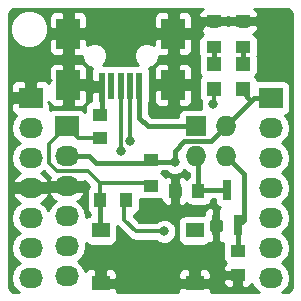
<source format=gtl>
G04 #@! TF.FileFunction,Copper,L1,Top,Signal*
%FSLAX46Y46*%
G04 Gerber Fmt 4.6, Leading zero omitted, Abs format (unit mm)*
G04 Created by KiCad (PCBNEW (2015-10-02 BZR 6238, Git 845638f)-product) date 05/10/2015 16:09:44*
%MOMM*%
G01*
G04 APERTURE LIST*
%ADD10C,0.100000*%
%ADD11R,1.300000X1.000000*%
%ADD12R,0.500380X2.301240*%
%ADD13R,1.998980X2.499360*%
%ADD14R,1.250000X1.000000*%
%ADD15R,1.000000X1.250000*%
%ADD16R,1.727200X1.727200*%
%ADD17O,1.727200X1.727200*%
%ADD18R,2.032000X1.727200*%
%ADD19O,2.032000X1.727200*%
%ADD20R,1.198880X1.198880*%
%ADD21R,1.550000X1.300000*%
%ADD22R,0.800100X1.800860*%
%ADD23R,1.000000X1.300000*%
%ADD24C,0.812800*%
%ADD25C,0.304800*%
%ADD26C,0.381000*%
%ADD27C,0.250000*%
%ADD28C,0.254000*%
G04 APERTURE END LIST*
D10*
D11*
X96774000Y-75077500D03*
X96774000Y-72877500D03*
X99250500Y-75077500D03*
X99250500Y-72877500D03*
D12*
X90500200Y-78379320D03*
X89700100Y-78379320D03*
X88900000Y-78379320D03*
X88099900Y-78379320D03*
X87299800Y-78379320D03*
D13*
X93350080Y-78280260D03*
X93350080Y-73930000D03*
X84449920Y-78280260D03*
X84449920Y-73930000D03*
D14*
X87122000Y-82788000D03*
X87122000Y-80788000D03*
D15*
X95488000Y-87249000D03*
X93488000Y-87249000D03*
D14*
X98806000Y-92345000D03*
X98806000Y-94345000D03*
D16*
X95250000Y-81788000D03*
D17*
X97790000Y-81788000D03*
X95250000Y-84328000D03*
X97790000Y-84328000D03*
D18*
X101600000Y-79375000D03*
D19*
X101600000Y-81915000D03*
X101600000Y-84455000D03*
X101600000Y-86995000D03*
X101600000Y-89535000D03*
X101600000Y-92075000D03*
X101600000Y-94615000D03*
D18*
X81280000Y-79375000D03*
D19*
X81280000Y-81915000D03*
X81280000Y-84455000D03*
X81280000Y-86995000D03*
X81280000Y-89535000D03*
X81280000Y-92075000D03*
X81280000Y-94615000D03*
D18*
X84328000Y-81788000D03*
D19*
X84328000Y-84328000D03*
X84328000Y-86868000D03*
X84328000Y-89408000D03*
X84328000Y-91948000D03*
X84328000Y-94488000D03*
D20*
X99250500Y-76484480D03*
X99250500Y-78582520D03*
X96774000Y-76484480D03*
X96774000Y-78582520D03*
D21*
X95161000Y-90587000D03*
X95161000Y-95087000D03*
X87211000Y-95087000D03*
X87211000Y-90587000D03*
D22*
X96967000Y-90147140D03*
X98867000Y-90147140D03*
X97917000Y-87144860D03*
D23*
X87165000Y-88011000D03*
X89365000Y-88011000D03*
D11*
X91440000Y-86825000D03*
X91440000Y-84625000D03*
D24*
X92329000Y-89027000D03*
X91186000Y-92837000D03*
X89725500Y-83058000D03*
X88900000Y-83883500D03*
X93472000Y-84836000D03*
X92583000Y-90678000D03*
X96710500Y-79883000D03*
D25*
X84328000Y-81788000D02*
X85328000Y-82788000D01*
X85328000Y-82788000D02*
X87122000Y-82788000D01*
X87122000Y-86614000D02*
X86106000Y-85598000D01*
X82804000Y-83312000D02*
X84328000Y-81788000D01*
X82804000Y-84899500D02*
X82804000Y-83312000D01*
X83502500Y-85598000D02*
X82804000Y-84899500D01*
X86106000Y-85598000D02*
X83502500Y-85598000D01*
X87122000Y-86614000D02*
X91379000Y-86614000D01*
X91379000Y-86614000D02*
X91440000Y-86675000D01*
X87211000Y-90587000D02*
X87211000Y-88115000D01*
X87211000Y-88115000D02*
X87315000Y-88011000D01*
X87211000Y-90587000D02*
X87122000Y-90498000D01*
X87122000Y-90498000D02*
X87122000Y-86614000D01*
X93488000Y-88630000D02*
X93091000Y-89027000D01*
X93091000Y-89027000D02*
X92329000Y-89027000D01*
X93488000Y-87249000D02*
X93488000Y-88630000D01*
D26*
X96774000Y-72877500D02*
X96223000Y-72877500D01*
X96223000Y-72877500D02*
X95170500Y-73930000D01*
X95170500Y-73930000D02*
X93350080Y-73930000D01*
D27*
X84449920Y-78280260D02*
X87200740Y-78280260D01*
X87200740Y-78280260D02*
X87299800Y-78379320D01*
D26*
X87299800Y-78379320D02*
X87299800Y-80610200D01*
D27*
X87299800Y-80610200D02*
X87122000Y-80788000D01*
D26*
X98867000Y-90147140D02*
X99314000Y-89700140D01*
X99314000Y-85852000D02*
X97790000Y-84328000D01*
X99314000Y-89700140D02*
X99314000Y-85852000D01*
X98867000Y-90147140D02*
X98867000Y-92538000D01*
X98867000Y-92538000D02*
X98806000Y-92599000D01*
X95250000Y-84328000D02*
X95488000Y-84566000D01*
X95488000Y-84566000D02*
X95488000Y-87249000D01*
X97917000Y-87144860D02*
X95592140Y-87144860D01*
X95592140Y-87144860D02*
X95488000Y-87249000D01*
D27*
X95234000Y-87646000D02*
X95250000Y-87630000D01*
X97790000Y-87017860D02*
X97663000Y-87144860D01*
D26*
X90500200Y-78379320D02*
X90500200Y-81102200D01*
X91186000Y-81788000D02*
X95250000Y-81788000D01*
X90500200Y-81102200D02*
X91186000Y-81788000D01*
D25*
X89700100Y-78379320D02*
X89700100Y-83032600D01*
X89700100Y-83032600D02*
X89725500Y-83058000D01*
X88900000Y-83439000D02*
X88900000Y-83883500D01*
X88900000Y-83439000D02*
X88900000Y-78379320D01*
D26*
X99250500Y-78582520D02*
X99250500Y-78867000D01*
X99250500Y-78867000D02*
X99980750Y-79597250D01*
X101600000Y-79375000D02*
X100203000Y-79375000D01*
X100203000Y-79375000D02*
X99980750Y-79597250D01*
X99980750Y-79597250D02*
X97790000Y-81788000D01*
X84328000Y-84328000D02*
X86233000Y-84328000D01*
X86233000Y-84328000D02*
X86804500Y-84899500D01*
X86804500Y-84899500D02*
X91165500Y-84899500D01*
D25*
X91440000Y-84625000D02*
X91165500Y-84899500D01*
X91102000Y-84963000D02*
X91440000Y-84625000D01*
X91440000Y-84625000D02*
X91356000Y-84709000D01*
D26*
X92903000Y-84775000D02*
X93411000Y-84775000D01*
X91440000Y-84775000D02*
X92903000Y-84775000D01*
D25*
X93411000Y-84775000D02*
X93472000Y-84836000D01*
D26*
X93472000Y-84582000D02*
X93472000Y-83883500D01*
D25*
X93472000Y-84836000D02*
X93472000Y-84582000D01*
D26*
X96520000Y-83058000D02*
X97790000Y-81788000D01*
X94297500Y-83058000D02*
X96520000Y-83058000D01*
X93472000Y-83883500D02*
X94297500Y-83058000D01*
D25*
X89215000Y-88011000D02*
X89215000Y-89723000D01*
X90170000Y-90678000D02*
X92583000Y-90678000D01*
X89215000Y-89723000D02*
X90170000Y-90678000D01*
X89215000Y-88011000D02*
X89215000Y-88453000D01*
D26*
X99250500Y-76484480D02*
X99250500Y-75077500D01*
X96774000Y-76484480D02*
X96774000Y-75077500D01*
D25*
X96710500Y-79883000D02*
X96774000Y-79819500D01*
X96774000Y-79819500D02*
X96774000Y-78582520D01*
D28*
G36*
X95764301Y-71839173D02*
X95585673Y-72017802D01*
X95489000Y-72251191D01*
X95489000Y-72468750D01*
X95647750Y-72627500D01*
X96449000Y-72627500D01*
X96449000Y-72476500D01*
X97099000Y-72476500D01*
X97099000Y-72627500D01*
X97900250Y-72627500D01*
X98012250Y-72515500D01*
X98124250Y-72627500D01*
X98925500Y-72627500D01*
X98925500Y-72476500D01*
X99575500Y-72476500D01*
X99575500Y-72627500D01*
X100376750Y-72627500D01*
X100535500Y-72468750D01*
X100535500Y-72251191D01*
X100438827Y-72017802D01*
X100260199Y-71839173D01*
X100177698Y-71805000D01*
X102802533Y-71805000D01*
X103088735Y-71861929D01*
X103274168Y-71985832D01*
X103398071Y-72171265D01*
X103455000Y-72457466D01*
X103455000Y-95182534D01*
X103398071Y-95468735D01*
X103274168Y-95654168D01*
X103088735Y-95778071D01*
X102802533Y-95835000D01*
X102604464Y-95835000D01*
X102844415Y-95674670D01*
X103169271Y-95188489D01*
X103283345Y-94615000D01*
X103169271Y-94041511D01*
X102844415Y-93555330D01*
X102529634Y-93345000D01*
X102844415Y-93134670D01*
X103169271Y-92648489D01*
X103283345Y-92075000D01*
X103169271Y-91501511D01*
X102844415Y-91015330D01*
X102529634Y-90805000D01*
X102844415Y-90594670D01*
X103169271Y-90108489D01*
X103283345Y-89535000D01*
X103169271Y-88961511D01*
X102844415Y-88475330D01*
X102529634Y-88265000D01*
X102844415Y-88054670D01*
X103169271Y-87568489D01*
X103283345Y-86995000D01*
X103169271Y-86421511D01*
X102844415Y-85935330D01*
X102529634Y-85725000D01*
X102844415Y-85514670D01*
X103169271Y-85028489D01*
X103283345Y-84455000D01*
X103169271Y-83881511D01*
X102844415Y-83395330D01*
X102529634Y-83185000D01*
X102844415Y-82974670D01*
X103169271Y-82488489D01*
X103283345Y-81915000D01*
X103169271Y-81341511D01*
X102844415Y-80855330D01*
X102830087Y-80845757D01*
X102851317Y-80841762D01*
X103067441Y-80702690D01*
X103212431Y-80490490D01*
X103263440Y-80238600D01*
X103263440Y-78511400D01*
X103219162Y-78276083D01*
X103080090Y-78059959D01*
X102867890Y-77914969D01*
X102616000Y-77863960D01*
X100584000Y-77863960D01*
X100478694Y-77883775D01*
X100453102Y-77747763D01*
X100314030Y-77531639D01*
X100313033Y-77530957D01*
X100446371Y-77335810D01*
X100497380Y-77083920D01*
X100497380Y-75885040D01*
X100489073Y-75840891D01*
X100496931Y-75829390D01*
X100547940Y-75577500D01*
X100547940Y-74577500D01*
X100503662Y-74342183D01*
X100364590Y-74126059D01*
X100152390Y-73981069D01*
X100119010Y-73974309D01*
X100260199Y-73915827D01*
X100438827Y-73737198D01*
X100535500Y-73503809D01*
X100535500Y-73286250D01*
X100376750Y-73127500D01*
X99575500Y-73127500D01*
X99575500Y-73278500D01*
X98925500Y-73278500D01*
X98925500Y-73127500D01*
X98124250Y-73127500D01*
X98012250Y-73239500D01*
X97900250Y-73127500D01*
X97099000Y-73127500D01*
X97099000Y-73278500D01*
X96449000Y-73278500D01*
X96449000Y-73127500D01*
X95647750Y-73127500D01*
X95489000Y-73286250D01*
X95489000Y-73503809D01*
X95585673Y-73737198D01*
X95764301Y-73915827D01*
X95900287Y-73972154D01*
X95888683Y-73974338D01*
X95672559Y-74113410D01*
X95527569Y-74325610D01*
X95476560Y-74577500D01*
X95476560Y-75577500D01*
X95520838Y-75812817D01*
X95536741Y-75837531D01*
X95527120Y-75885040D01*
X95527120Y-77083920D01*
X95571398Y-77319237D01*
X95710470Y-77535361D01*
X95711467Y-77536043D01*
X95578129Y-77731190D01*
X95527120Y-77983080D01*
X95527120Y-79181960D01*
X95571398Y-79417277D01*
X95695920Y-79610790D01*
X95669281Y-79674944D01*
X95668920Y-80089238D01*
X95746485Y-80276960D01*
X94386400Y-80276960D01*
X94151083Y-80321238D01*
X93934959Y-80460310D01*
X93789969Y-80672510D01*
X93738960Y-80924400D01*
X93738960Y-80962500D01*
X91527933Y-80962500D01*
X91325700Y-80760266D01*
X91325700Y-79812742D01*
X91346821Y-79781830D01*
X91397830Y-79529940D01*
X91397830Y-78820010D01*
X91715590Y-78820010D01*
X91715590Y-79656249D01*
X91812263Y-79889638D01*
X91990891Y-80068267D01*
X92224280Y-80164940D01*
X92810330Y-80164940D01*
X92969080Y-80006190D01*
X92969080Y-78661260D01*
X93731080Y-78661260D01*
X93731080Y-80006190D01*
X93889830Y-80164940D01*
X94475880Y-80164940D01*
X94709269Y-80068267D01*
X94887897Y-79889638D01*
X94984570Y-79656249D01*
X94984570Y-78820010D01*
X94825820Y-78661260D01*
X93731080Y-78661260D01*
X92969080Y-78661260D01*
X91874340Y-78661260D01*
X91715590Y-78820010D01*
X91397830Y-78820010D01*
X91397830Y-77228700D01*
X91353552Y-76993383D01*
X91296210Y-76904271D01*
X91715590Y-76904271D01*
X91715590Y-77740510D01*
X91874340Y-77899260D01*
X92969080Y-77899260D01*
X92969080Y-76554330D01*
X93731080Y-76554330D01*
X93731080Y-77899260D01*
X94825820Y-77899260D01*
X94984570Y-77740510D01*
X94984570Y-76904271D01*
X94887897Y-76670882D01*
X94709269Y-76492253D01*
X94475880Y-76395580D01*
X93889830Y-76395580D01*
X93731080Y-76554330D01*
X92969080Y-76554330D01*
X92810330Y-76395580D01*
X92224280Y-76395580D01*
X91990891Y-76492253D01*
X91812263Y-76670882D01*
X91715590Y-76904271D01*
X91296210Y-76904271D01*
X91271345Y-76865630D01*
X91314430Y-76865668D01*
X91713203Y-76700898D01*
X92018566Y-76396067D01*
X92184031Y-75997583D01*
X92184205Y-75798081D01*
X92224280Y-75814680D01*
X92810330Y-75814680D01*
X92969080Y-75655930D01*
X92969080Y-74311000D01*
X93731080Y-74311000D01*
X93731080Y-75655930D01*
X93889830Y-75814680D01*
X94475880Y-75814680D01*
X94709269Y-75718007D01*
X94887897Y-75539378D01*
X94984570Y-75305989D01*
X94984570Y-74469750D01*
X94825820Y-74311000D01*
X93731080Y-74311000D01*
X92969080Y-74311000D01*
X91874340Y-74311000D01*
X91715590Y-74469750D01*
X91715590Y-74862758D01*
X91714807Y-74861974D01*
X91316323Y-74696509D01*
X90884850Y-74696132D01*
X90486077Y-74860902D01*
X90180714Y-75165733D01*
X90015249Y-75564217D01*
X90014872Y-75995690D01*
X90179642Y-76394463D01*
X90366114Y-76581260D01*
X90250010Y-76581260D01*
X90094648Y-76610493D01*
X89950290Y-76581260D01*
X89449910Y-76581260D01*
X89294548Y-76610493D01*
X89150190Y-76581260D01*
X88649810Y-76581260D01*
X88494448Y-76610493D01*
X88350090Y-76581260D01*
X87849710Y-76581260D01*
X87709816Y-76607583D01*
X87680802Y-76595565D01*
X87680802Y-76593700D01*
X87421308Y-76593700D01*
X87619286Y-76396067D01*
X87784751Y-75997583D01*
X87785128Y-75566110D01*
X87620358Y-75167337D01*
X87315527Y-74861974D01*
X86917043Y-74696509D01*
X86485570Y-74696132D01*
X86086797Y-74860902D01*
X86084410Y-74863285D01*
X86084410Y-74469750D01*
X85925660Y-74311000D01*
X84830920Y-74311000D01*
X84830920Y-75655930D01*
X84989670Y-75814680D01*
X85575720Y-75814680D01*
X85615765Y-75798093D01*
X85615592Y-75995690D01*
X85780362Y-76394463D01*
X86085193Y-76699826D01*
X86483677Y-76865291D01*
X86514967Y-76865318D01*
X86511283Y-76869002D01*
X86414610Y-77102391D01*
X86414610Y-77839570D01*
X86573360Y-77998320D01*
X87174705Y-77998320D01*
X87174705Y-77978320D01*
X87202270Y-77978320D01*
X87202270Y-79529940D01*
X87225425Y-79653000D01*
X87174705Y-79653000D01*
X87174705Y-78760320D01*
X86573360Y-78760320D01*
X86414610Y-78919070D01*
X86414610Y-79653000D01*
X86370690Y-79653000D01*
X86137301Y-79749673D01*
X85958673Y-79928302D01*
X85862000Y-80161691D01*
X85862000Y-80379250D01*
X85889748Y-80406998D01*
X85862000Y-80406998D01*
X85862000Y-80556738D01*
X85808090Y-80472959D01*
X85595890Y-80327969D01*
X85344000Y-80276960D01*
X83312000Y-80276960D01*
X83076683Y-80321238D01*
X82902722Y-80433179D01*
X82931000Y-80364910D01*
X82931000Y-79914750D01*
X82772252Y-79756002D01*
X82856749Y-79756002D01*
X82912103Y-79889638D01*
X83090731Y-80068267D01*
X83324120Y-80164940D01*
X83910170Y-80164940D01*
X84068920Y-80006190D01*
X84068920Y-78661260D01*
X84830920Y-78661260D01*
X84830920Y-80006190D01*
X84989670Y-80164940D01*
X85575720Y-80164940D01*
X85809109Y-80068267D01*
X85987737Y-79889638D01*
X86084410Y-79656249D01*
X86084410Y-78820010D01*
X85925660Y-78661260D01*
X84830920Y-78661260D01*
X84068920Y-78661260D01*
X84048920Y-78661260D01*
X84048920Y-77899260D01*
X84068920Y-77899260D01*
X84068920Y-76554330D01*
X84830920Y-76554330D01*
X84830920Y-77899260D01*
X85925660Y-77899260D01*
X86084410Y-77740510D01*
X86084410Y-76904271D01*
X85987737Y-76670882D01*
X85809109Y-76492253D01*
X85575720Y-76395580D01*
X84989670Y-76395580D01*
X84830920Y-76554330D01*
X84068920Y-76554330D01*
X83910170Y-76395580D01*
X83324120Y-76395580D01*
X83090731Y-76492253D01*
X82912103Y-76670882D01*
X82815430Y-76904271D01*
X82815430Y-77740510D01*
X82974178Y-77899258D01*
X82815430Y-77899258D01*
X82815430Y-78132804D01*
X82655698Y-77973073D01*
X82422309Y-77876400D01*
X81819750Y-77876400D01*
X81661000Y-78035150D01*
X81661000Y-78994000D01*
X81681000Y-78994000D01*
X81681000Y-79756000D01*
X81661000Y-79756000D01*
X81661000Y-79776000D01*
X80899000Y-79776000D01*
X80899000Y-79756000D01*
X79787750Y-79756000D01*
X79629000Y-79914750D01*
X79629000Y-80364910D01*
X79725673Y-80598299D01*
X79904302Y-80776927D01*
X80057780Y-80840500D01*
X80035585Y-80855330D01*
X79710729Y-81341511D01*
X79596655Y-81915000D01*
X79710729Y-82488489D01*
X80035585Y-82974670D01*
X80350366Y-83185000D01*
X80035585Y-83395330D01*
X79710729Y-83881511D01*
X79596655Y-84455000D01*
X79710729Y-85028489D01*
X80035585Y-85514670D01*
X80377750Y-85743297D01*
X80164995Y-85861684D01*
X79804568Y-86316326D01*
X79755687Y-86391961D01*
X79843062Y-86614000D01*
X80899000Y-86614000D01*
X80899000Y-86594000D01*
X81661000Y-86594000D01*
X81661000Y-86614000D01*
X82716938Y-86614000D01*
X82804313Y-86391961D01*
X82755432Y-86316326D01*
X82395005Y-85861684D01*
X82182250Y-85743297D01*
X82393256Y-85602308D01*
X82909040Y-86118092D01*
X82852568Y-86189326D01*
X82803687Y-86264961D01*
X82891062Y-86487000D01*
X83947000Y-86487000D01*
X83947000Y-86467000D01*
X84709000Y-86467000D01*
X84709000Y-86487000D01*
X85764938Y-86487000D01*
X85797839Y-86403391D01*
X86260897Y-86866449D01*
X86213559Y-86896910D01*
X86068569Y-87109110D01*
X86017560Y-87361000D01*
X86017560Y-88661000D01*
X86061838Y-88896317D01*
X86200910Y-89112441D01*
X86334600Y-89203787D01*
X86334600Y-89308640D01*
X86200683Y-89333838D01*
X86000470Y-89462671D01*
X86011345Y-89408000D01*
X85897271Y-88834511D01*
X85572415Y-88348330D01*
X85230250Y-88119703D01*
X85443005Y-88001316D01*
X85803432Y-87546674D01*
X85852313Y-87471039D01*
X85764938Y-87249000D01*
X84709000Y-87249000D01*
X84709000Y-87269000D01*
X83947000Y-87269000D01*
X83947000Y-87249000D01*
X82891062Y-87249000D01*
X82803687Y-87471039D01*
X82852568Y-87546674D01*
X83212995Y-88001316D01*
X83425750Y-88119703D01*
X83083585Y-88348330D01*
X82761571Y-88830258D01*
X82524415Y-88475330D01*
X82182250Y-88246703D01*
X82395005Y-88128316D01*
X82755432Y-87673674D01*
X82804313Y-87598039D01*
X82716938Y-87376000D01*
X81661000Y-87376000D01*
X81661000Y-87396000D01*
X80899000Y-87396000D01*
X80899000Y-87376000D01*
X79843062Y-87376000D01*
X79755687Y-87598039D01*
X79804568Y-87673674D01*
X80164995Y-88128316D01*
X80377750Y-88246703D01*
X80035585Y-88475330D01*
X79710729Y-88961511D01*
X79596655Y-89535000D01*
X79710729Y-90108489D01*
X80035585Y-90594670D01*
X80350366Y-90805000D01*
X80035585Y-91015330D01*
X79710729Y-91501511D01*
X79596655Y-92075000D01*
X79710729Y-92648489D01*
X80035585Y-93134670D01*
X80350366Y-93345000D01*
X80035585Y-93555330D01*
X79710729Y-94041511D01*
X79596655Y-94615000D01*
X79710729Y-95188489D01*
X80035585Y-95674670D01*
X80275536Y-95835000D01*
X80077466Y-95835000D01*
X79791265Y-95778071D01*
X79605832Y-95654168D01*
X79481929Y-95468735D01*
X79425000Y-95182533D01*
X79425000Y-78385090D01*
X79629000Y-78385090D01*
X79629000Y-78835250D01*
X79787750Y-78994000D01*
X80899000Y-78994000D01*
X80899000Y-78035150D01*
X80740250Y-77876400D01*
X80137691Y-77876400D01*
X79904302Y-77973073D01*
X79725673Y-78151701D01*
X79629000Y-78385090D01*
X79425000Y-78385090D01*
X79425000Y-73856795D01*
X79517716Y-73856795D01*
X79766106Y-74457943D01*
X80225637Y-74918278D01*
X80826352Y-75167716D01*
X81476795Y-75168284D01*
X82077943Y-74919894D01*
X82528874Y-74469750D01*
X82815430Y-74469750D01*
X82815430Y-75305989D01*
X82912103Y-75539378D01*
X83090731Y-75718007D01*
X83324120Y-75814680D01*
X83910170Y-75814680D01*
X84068920Y-75655930D01*
X84068920Y-74311000D01*
X82974180Y-74311000D01*
X82815430Y-74469750D01*
X82528874Y-74469750D01*
X82538278Y-74460363D01*
X82787716Y-73859648D01*
X82788284Y-73209205D01*
X82539894Y-72608057D01*
X82485943Y-72554011D01*
X82815430Y-72554011D01*
X82815430Y-73390250D01*
X82974180Y-73549000D01*
X84068920Y-73549000D01*
X84068920Y-72204070D01*
X84830920Y-72204070D01*
X84830920Y-73549000D01*
X85925660Y-73549000D01*
X86084410Y-73390250D01*
X86084410Y-72554011D01*
X91715590Y-72554011D01*
X91715590Y-73390250D01*
X91874340Y-73549000D01*
X92969080Y-73549000D01*
X92969080Y-72204070D01*
X93731080Y-72204070D01*
X93731080Y-73549000D01*
X94825820Y-73549000D01*
X94984570Y-73390250D01*
X94984570Y-72554011D01*
X94887897Y-72320622D01*
X94709269Y-72141993D01*
X94475880Y-72045320D01*
X93889830Y-72045320D01*
X93731080Y-72204070D01*
X92969080Y-72204070D01*
X92810330Y-72045320D01*
X92224280Y-72045320D01*
X91990891Y-72141993D01*
X91812263Y-72320622D01*
X91715590Y-72554011D01*
X86084410Y-72554011D01*
X85987737Y-72320622D01*
X85809109Y-72141993D01*
X85575720Y-72045320D01*
X84989670Y-72045320D01*
X84830920Y-72204070D01*
X84068920Y-72204070D01*
X83910170Y-72045320D01*
X83324120Y-72045320D01*
X83090731Y-72141993D01*
X82912103Y-72320622D01*
X82815430Y-72554011D01*
X82485943Y-72554011D01*
X82080363Y-72147722D01*
X81479648Y-71898284D01*
X80829205Y-71897716D01*
X80228057Y-72146106D01*
X79767722Y-72605637D01*
X79518284Y-73206352D01*
X79517716Y-73856795D01*
X79425000Y-73856795D01*
X79425000Y-72457467D01*
X79481929Y-72171265D01*
X79605832Y-71985832D01*
X79791265Y-71861929D01*
X80077466Y-71805000D01*
X95846802Y-71805000D01*
X95764301Y-71839173D01*
X95764301Y-71839173D01*
G37*
X95764301Y-71839173D02*
X95585673Y-72017802D01*
X95489000Y-72251191D01*
X95489000Y-72468750D01*
X95647750Y-72627500D01*
X96449000Y-72627500D01*
X96449000Y-72476500D01*
X97099000Y-72476500D01*
X97099000Y-72627500D01*
X97900250Y-72627500D01*
X98012250Y-72515500D01*
X98124250Y-72627500D01*
X98925500Y-72627500D01*
X98925500Y-72476500D01*
X99575500Y-72476500D01*
X99575500Y-72627500D01*
X100376750Y-72627500D01*
X100535500Y-72468750D01*
X100535500Y-72251191D01*
X100438827Y-72017802D01*
X100260199Y-71839173D01*
X100177698Y-71805000D01*
X102802533Y-71805000D01*
X103088735Y-71861929D01*
X103274168Y-71985832D01*
X103398071Y-72171265D01*
X103455000Y-72457466D01*
X103455000Y-95182534D01*
X103398071Y-95468735D01*
X103274168Y-95654168D01*
X103088735Y-95778071D01*
X102802533Y-95835000D01*
X102604464Y-95835000D01*
X102844415Y-95674670D01*
X103169271Y-95188489D01*
X103283345Y-94615000D01*
X103169271Y-94041511D01*
X102844415Y-93555330D01*
X102529634Y-93345000D01*
X102844415Y-93134670D01*
X103169271Y-92648489D01*
X103283345Y-92075000D01*
X103169271Y-91501511D01*
X102844415Y-91015330D01*
X102529634Y-90805000D01*
X102844415Y-90594670D01*
X103169271Y-90108489D01*
X103283345Y-89535000D01*
X103169271Y-88961511D01*
X102844415Y-88475330D01*
X102529634Y-88265000D01*
X102844415Y-88054670D01*
X103169271Y-87568489D01*
X103283345Y-86995000D01*
X103169271Y-86421511D01*
X102844415Y-85935330D01*
X102529634Y-85725000D01*
X102844415Y-85514670D01*
X103169271Y-85028489D01*
X103283345Y-84455000D01*
X103169271Y-83881511D01*
X102844415Y-83395330D01*
X102529634Y-83185000D01*
X102844415Y-82974670D01*
X103169271Y-82488489D01*
X103283345Y-81915000D01*
X103169271Y-81341511D01*
X102844415Y-80855330D01*
X102830087Y-80845757D01*
X102851317Y-80841762D01*
X103067441Y-80702690D01*
X103212431Y-80490490D01*
X103263440Y-80238600D01*
X103263440Y-78511400D01*
X103219162Y-78276083D01*
X103080090Y-78059959D01*
X102867890Y-77914969D01*
X102616000Y-77863960D01*
X100584000Y-77863960D01*
X100478694Y-77883775D01*
X100453102Y-77747763D01*
X100314030Y-77531639D01*
X100313033Y-77530957D01*
X100446371Y-77335810D01*
X100497380Y-77083920D01*
X100497380Y-75885040D01*
X100489073Y-75840891D01*
X100496931Y-75829390D01*
X100547940Y-75577500D01*
X100547940Y-74577500D01*
X100503662Y-74342183D01*
X100364590Y-74126059D01*
X100152390Y-73981069D01*
X100119010Y-73974309D01*
X100260199Y-73915827D01*
X100438827Y-73737198D01*
X100535500Y-73503809D01*
X100535500Y-73286250D01*
X100376750Y-73127500D01*
X99575500Y-73127500D01*
X99575500Y-73278500D01*
X98925500Y-73278500D01*
X98925500Y-73127500D01*
X98124250Y-73127500D01*
X98012250Y-73239500D01*
X97900250Y-73127500D01*
X97099000Y-73127500D01*
X97099000Y-73278500D01*
X96449000Y-73278500D01*
X96449000Y-73127500D01*
X95647750Y-73127500D01*
X95489000Y-73286250D01*
X95489000Y-73503809D01*
X95585673Y-73737198D01*
X95764301Y-73915827D01*
X95900287Y-73972154D01*
X95888683Y-73974338D01*
X95672559Y-74113410D01*
X95527569Y-74325610D01*
X95476560Y-74577500D01*
X95476560Y-75577500D01*
X95520838Y-75812817D01*
X95536741Y-75837531D01*
X95527120Y-75885040D01*
X95527120Y-77083920D01*
X95571398Y-77319237D01*
X95710470Y-77535361D01*
X95711467Y-77536043D01*
X95578129Y-77731190D01*
X95527120Y-77983080D01*
X95527120Y-79181960D01*
X95571398Y-79417277D01*
X95695920Y-79610790D01*
X95669281Y-79674944D01*
X95668920Y-80089238D01*
X95746485Y-80276960D01*
X94386400Y-80276960D01*
X94151083Y-80321238D01*
X93934959Y-80460310D01*
X93789969Y-80672510D01*
X93738960Y-80924400D01*
X93738960Y-80962500D01*
X91527933Y-80962500D01*
X91325700Y-80760266D01*
X91325700Y-79812742D01*
X91346821Y-79781830D01*
X91397830Y-79529940D01*
X91397830Y-78820010D01*
X91715590Y-78820010D01*
X91715590Y-79656249D01*
X91812263Y-79889638D01*
X91990891Y-80068267D01*
X92224280Y-80164940D01*
X92810330Y-80164940D01*
X92969080Y-80006190D01*
X92969080Y-78661260D01*
X93731080Y-78661260D01*
X93731080Y-80006190D01*
X93889830Y-80164940D01*
X94475880Y-80164940D01*
X94709269Y-80068267D01*
X94887897Y-79889638D01*
X94984570Y-79656249D01*
X94984570Y-78820010D01*
X94825820Y-78661260D01*
X93731080Y-78661260D01*
X92969080Y-78661260D01*
X91874340Y-78661260D01*
X91715590Y-78820010D01*
X91397830Y-78820010D01*
X91397830Y-77228700D01*
X91353552Y-76993383D01*
X91296210Y-76904271D01*
X91715590Y-76904271D01*
X91715590Y-77740510D01*
X91874340Y-77899260D01*
X92969080Y-77899260D01*
X92969080Y-76554330D01*
X93731080Y-76554330D01*
X93731080Y-77899260D01*
X94825820Y-77899260D01*
X94984570Y-77740510D01*
X94984570Y-76904271D01*
X94887897Y-76670882D01*
X94709269Y-76492253D01*
X94475880Y-76395580D01*
X93889830Y-76395580D01*
X93731080Y-76554330D01*
X92969080Y-76554330D01*
X92810330Y-76395580D01*
X92224280Y-76395580D01*
X91990891Y-76492253D01*
X91812263Y-76670882D01*
X91715590Y-76904271D01*
X91296210Y-76904271D01*
X91271345Y-76865630D01*
X91314430Y-76865668D01*
X91713203Y-76700898D01*
X92018566Y-76396067D01*
X92184031Y-75997583D01*
X92184205Y-75798081D01*
X92224280Y-75814680D01*
X92810330Y-75814680D01*
X92969080Y-75655930D01*
X92969080Y-74311000D01*
X93731080Y-74311000D01*
X93731080Y-75655930D01*
X93889830Y-75814680D01*
X94475880Y-75814680D01*
X94709269Y-75718007D01*
X94887897Y-75539378D01*
X94984570Y-75305989D01*
X94984570Y-74469750D01*
X94825820Y-74311000D01*
X93731080Y-74311000D01*
X92969080Y-74311000D01*
X91874340Y-74311000D01*
X91715590Y-74469750D01*
X91715590Y-74862758D01*
X91714807Y-74861974D01*
X91316323Y-74696509D01*
X90884850Y-74696132D01*
X90486077Y-74860902D01*
X90180714Y-75165733D01*
X90015249Y-75564217D01*
X90014872Y-75995690D01*
X90179642Y-76394463D01*
X90366114Y-76581260D01*
X90250010Y-76581260D01*
X90094648Y-76610493D01*
X89950290Y-76581260D01*
X89449910Y-76581260D01*
X89294548Y-76610493D01*
X89150190Y-76581260D01*
X88649810Y-76581260D01*
X88494448Y-76610493D01*
X88350090Y-76581260D01*
X87849710Y-76581260D01*
X87709816Y-76607583D01*
X87680802Y-76595565D01*
X87680802Y-76593700D01*
X87421308Y-76593700D01*
X87619286Y-76396067D01*
X87784751Y-75997583D01*
X87785128Y-75566110D01*
X87620358Y-75167337D01*
X87315527Y-74861974D01*
X86917043Y-74696509D01*
X86485570Y-74696132D01*
X86086797Y-74860902D01*
X86084410Y-74863285D01*
X86084410Y-74469750D01*
X85925660Y-74311000D01*
X84830920Y-74311000D01*
X84830920Y-75655930D01*
X84989670Y-75814680D01*
X85575720Y-75814680D01*
X85615765Y-75798093D01*
X85615592Y-75995690D01*
X85780362Y-76394463D01*
X86085193Y-76699826D01*
X86483677Y-76865291D01*
X86514967Y-76865318D01*
X86511283Y-76869002D01*
X86414610Y-77102391D01*
X86414610Y-77839570D01*
X86573360Y-77998320D01*
X87174705Y-77998320D01*
X87174705Y-77978320D01*
X87202270Y-77978320D01*
X87202270Y-79529940D01*
X87225425Y-79653000D01*
X87174705Y-79653000D01*
X87174705Y-78760320D01*
X86573360Y-78760320D01*
X86414610Y-78919070D01*
X86414610Y-79653000D01*
X86370690Y-79653000D01*
X86137301Y-79749673D01*
X85958673Y-79928302D01*
X85862000Y-80161691D01*
X85862000Y-80379250D01*
X85889748Y-80406998D01*
X85862000Y-80406998D01*
X85862000Y-80556738D01*
X85808090Y-80472959D01*
X85595890Y-80327969D01*
X85344000Y-80276960D01*
X83312000Y-80276960D01*
X83076683Y-80321238D01*
X82902722Y-80433179D01*
X82931000Y-80364910D01*
X82931000Y-79914750D01*
X82772252Y-79756002D01*
X82856749Y-79756002D01*
X82912103Y-79889638D01*
X83090731Y-80068267D01*
X83324120Y-80164940D01*
X83910170Y-80164940D01*
X84068920Y-80006190D01*
X84068920Y-78661260D01*
X84830920Y-78661260D01*
X84830920Y-80006190D01*
X84989670Y-80164940D01*
X85575720Y-80164940D01*
X85809109Y-80068267D01*
X85987737Y-79889638D01*
X86084410Y-79656249D01*
X86084410Y-78820010D01*
X85925660Y-78661260D01*
X84830920Y-78661260D01*
X84068920Y-78661260D01*
X84048920Y-78661260D01*
X84048920Y-77899260D01*
X84068920Y-77899260D01*
X84068920Y-76554330D01*
X84830920Y-76554330D01*
X84830920Y-77899260D01*
X85925660Y-77899260D01*
X86084410Y-77740510D01*
X86084410Y-76904271D01*
X85987737Y-76670882D01*
X85809109Y-76492253D01*
X85575720Y-76395580D01*
X84989670Y-76395580D01*
X84830920Y-76554330D01*
X84068920Y-76554330D01*
X83910170Y-76395580D01*
X83324120Y-76395580D01*
X83090731Y-76492253D01*
X82912103Y-76670882D01*
X82815430Y-76904271D01*
X82815430Y-77740510D01*
X82974178Y-77899258D01*
X82815430Y-77899258D01*
X82815430Y-78132804D01*
X82655698Y-77973073D01*
X82422309Y-77876400D01*
X81819750Y-77876400D01*
X81661000Y-78035150D01*
X81661000Y-78994000D01*
X81681000Y-78994000D01*
X81681000Y-79756000D01*
X81661000Y-79756000D01*
X81661000Y-79776000D01*
X80899000Y-79776000D01*
X80899000Y-79756000D01*
X79787750Y-79756000D01*
X79629000Y-79914750D01*
X79629000Y-80364910D01*
X79725673Y-80598299D01*
X79904302Y-80776927D01*
X80057780Y-80840500D01*
X80035585Y-80855330D01*
X79710729Y-81341511D01*
X79596655Y-81915000D01*
X79710729Y-82488489D01*
X80035585Y-82974670D01*
X80350366Y-83185000D01*
X80035585Y-83395330D01*
X79710729Y-83881511D01*
X79596655Y-84455000D01*
X79710729Y-85028489D01*
X80035585Y-85514670D01*
X80377750Y-85743297D01*
X80164995Y-85861684D01*
X79804568Y-86316326D01*
X79755687Y-86391961D01*
X79843062Y-86614000D01*
X80899000Y-86614000D01*
X80899000Y-86594000D01*
X81661000Y-86594000D01*
X81661000Y-86614000D01*
X82716938Y-86614000D01*
X82804313Y-86391961D01*
X82755432Y-86316326D01*
X82395005Y-85861684D01*
X82182250Y-85743297D01*
X82393256Y-85602308D01*
X82909040Y-86118092D01*
X82852568Y-86189326D01*
X82803687Y-86264961D01*
X82891062Y-86487000D01*
X83947000Y-86487000D01*
X83947000Y-86467000D01*
X84709000Y-86467000D01*
X84709000Y-86487000D01*
X85764938Y-86487000D01*
X85797839Y-86403391D01*
X86260897Y-86866449D01*
X86213559Y-86896910D01*
X86068569Y-87109110D01*
X86017560Y-87361000D01*
X86017560Y-88661000D01*
X86061838Y-88896317D01*
X86200910Y-89112441D01*
X86334600Y-89203787D01*
X86334600Y-89308640D01*
X86200683Y-89333838D01*
X86000470Y-89462671D01*
X86011345Y-89408000D01*
X85897271Y-88834511D01*
X85572415Y-88348330D01*
X85230250Y-88119703D01*
X85443005Y-88001316D01*
X85803432Y-87546674D01*
X85852313Y-87471039D01*
X85764938Y-87249000D01*
X84709000Y-87249000D01*
X84709000Y-87269000D01*
X83947000Y-87269000D01*
X83947000Y-87249000D01*
X82891062Y-87249000D01*
X82803687Y-87471039D01*
X82852568Y-87546674D01*
X83212995Y-88001316D01*
X83425750Y-88119703D01*
X83083585Y-88348330D01*
X82761571Y-88830258D01*
X82524415Y-88475330D01*
X82182250Y-88246703D01*
X82395005Y-88128316D01*
X82755432Y-87673674D01*
X82804313Y-87598039D01*
X82716938Y-87376000D01*
X81661000Y-87376000D01*
X81661000Y-87396000D01*
X80899000Y-87396000D01*
X80899000Y-87376000D01*
X79843062Y-87376000D01*
X79755687Y-87598039D01*
X79804568Y-87673674D01*
X80164995Y-88128316D01*
X80377750Y-88246703D01*
X80035585Y-88475330D01*
X79710729Y-88961511D01*
X79596655Y-89535000D01*
X79710729Y-90108489D01*
X80035585Y-90594670D01*
X80350366Y-90805000D01*
X80035585Y-91015330D01*
X79710729Y-91501511D01*
X79596655Y-92075000D01*
X79710729Y-92648489D01*
X80035585Y-93134670D01*
X80350366Y-93345000D01*
X80035585Y-93555330D01*
X79710729Y-94041511D01*
X79596655Y-94615000D01*
X79710729Y-95188489D01*
X80035585Y-95674670D01*
X80275536Y-95835000D01*
X80077466Y-95835000D01*
X79791265Y-95778071D01*
X79605832Y-95654168D01*
X79481929Y-95468735D01*
X79425000Y-95182533D01*
X79425000Y-78385090D01*
X79629000Y-78385090D01*
X79629000Y-78835250D01*
X79787750Y-78994000D01*
X80899000Y-78994000D01*
X80899000Y-78035150D01*
X80740250Y-77876400D01*
X80137691Y-77876400D01*
X79904302Y-77973073D01*
X79725673Y-78151701D01*
X79629000Y-78385090D01*
X79425000Y-78385090D01*
X79425000Y-73856795D01*
X79517716Y-73856795D01*
X79766106Y-74457943D01*
X80225637Y-74918278D01*
X80826352Y-75167716D01*
X81476795Y-75168284D01*
X82077943Y-74919894D01*
X82528874Y-74469750D01*
X82815430Y-74469750D01*
X82815430Y-75305989D01*
X82912103Y-75539378D01*
X83090731Y-75718007D01*
X83324120Y-75814680D01*
X83910170Y-75814680D01*
X84068920Y-75655930D01*
X84068920Y-74311000D01*
X82974180Y-74311000D01*
X82815430Y-74469750D01*
X82528874Y-74469750D01*
X82538278Y-74460363D01*
X82787716Y-73859648D01*
X82788284Y-73209205D01*
X82539894Y-72608057D01*
X82485943Y-72554011D01*
X82815430Y-72554011D01*
X82815430Y-73390250D01*
X82974180Y-73549000D01*
X84068920Y-73549000D01*
X84068920Y-72204070D01*
X84830920Y-72204070D01*
X84830920Y-73549000D01*
X85925660Y-73549000D01*
X86084410Y-73390250D01*
X86084410Y-72554011D01*
X91715590Y-72554011D01*
X91715590Y-73390250D01*
X91874340Y-73549000D01*
X92969080Y-73549000D01*
X92969080Y-72204070D01*
X93731080Y-72204070D01*
X93731080Y-73549000D01*
X94825820Y-73549000D01*
X94984570Y-73390250D01*
X94984570Y-72554011D01*
X94887897Y-72320622D01*
X94709269Y-72141993D01*
X94475880Y-72045320D01*
X93889830Y-72045320D01*
X93731080Y-72204070D01*
X92969080Y-72204070D01*
X92810330Y-72045320D01*
X92224280Y-72045320D01*
X91990891Y-72141993D01*
X91812263Y-72320622D01*
X91715590Y-72554011D01*
X86084410Y-72554011D01*
X85987737Y-72320622D01*
X85809109Y-72141993D01*
X85575720Y-72045320D01*
X84989670Y-72045320D01*
X84830920Y-72204070D01*
X84068920Y-72204070D01*
X83910170Y-72045320D01*
X83324120Y-72045320D01*
X83090731Y-72141993D01*
X82912103Y-72320622D01*
X82815430Y-72554011D01*
X82485943Y-72554011D01*
X82080363Y-72147722D01*
X81479648Y-71898284D01*
X80829205Y-71897716D01*
X80228057Y-72146106D01*
X79767722Y-72605637D01*
X79518284Y-73206352D01*
X79517716Y-73856795D01*
X79425000Y-73856795D01*
X79425000Y-72457467D01*
X79481929Y-72171265D01*
X79605832Y-71985832D01*
X79791265Y-71861929D01*
X80077466Y-71805000D01*
X95846802Y-71805000D01*
X95764301Y-71839173D01*
G36*
X94647152Y-85712526D02*
X94662500Y-85715579D01*
X94662500Y-86078869D01*
X94536559Y-86159910D01*
X94490031Y-86228006D01*
X94347698Y-86085673D01*
X94114309Y-85989000D01*
X93896750Y-85989000D01*
X93738000Y-86147750D01*
X93738000Y-86936500D01*
X93889000Y-86936500D01*
X93889000Y-87561500D01*
X93738000Y-87561500D01*
X93738000Y-88350250D01*
X93896750Y-88509000D01*
X94114309Y-88509000D01*
X94347698Y-88412327D01*
X94488936Y-88271090D01*
X94523910Y-88325441D01*
X94736110Y-88470431D01*
X94988000Y-88521440D01*
X95988000Y-88521440D01*
X96223317Y-88477162D01*
X96439441Y-88338090D01*
X96584431Y-88125890D01*
X96615927Y-87970360D01*
X96869510Y-87970360D01*
X96869510Y-88045290D01*
X96913788Y-88280607D01*
X97052860Y-88496731D01*
X97265060Y-88641721D01*
X97290593Y-88646892D01*
X97167025Y-88770460D01*
X97167025Y-89766140D01*
X97367050Y-89766140D01*
X97367050Y-90528140D01*
X97167025Y-90528140D01*
X97167025Y-91523820D01*
X97325775Y-91682570D01*
X97493359Y-91682570D01*
X97573145Y-91649521D01*
X97533560Y-91845000D01*
X97533560Y-92845000D01*
X97577838Y-93080317D01*
X97716910Y-93296441D01*
X97785006Y-93342969D01*
X97642673Y-93485302D01*
X97546000Y-93718691D01*
X97546000Y-93936250D01*
X97704750Y-94095000D01*
X98493500Y-94095000D01*
X98493500Y-93944000D01*
X99118500Y-93944000D01*
X99118500Y-94095000D01*
X99207000Y-94095000D01*
X99207000Y-94595000D01*
X99118500Y-94595000D01*
X99118500Y-95321250D01*
X99277250Y-95480000D01*
X99557310Y-95480000D01*
X99790699Y-95383327D01*
X99969327Y-95204698D01*
X100012987Y-95099294D01*
X100030729Y-95188489D01*
X100355585Y-95674670D01*
X100595536Y-95835000D01*
X96571000Y-95835000D01*
X96571000Y-95570750D01*
X96412250Y-95412000D01*
X95542000Y-95412000D01*
X95542000Y-95488000D01*
X94780000Y-95488000D01*
X94780000Y-95412000D01*
X93909750Y-95412000D01*
X93751000Y-95570750D01*
X93751000Y-95835000D01*
X88621000Y-95835000D01*
X88621000Y-95570750D01*
X88462250Y-95412000D01*
X87592000Y-95412000D01*
X87592000Y-95488000D01*
X86830000Y-95488000D01*
X86830000Y-95412000D01*
X86810000Y-95412000D01*
X86810000Y-94762000D01*
X86830000Y-94762000D01*
X86830000Y-93960750D01*
X87592000Y-93960750D01*
X87592000Y-94762000D01*
X88462250Y-94762000D01*
X88621000Y-94603250D01*
X88621000Y-94310690D01*
X93751000Y-94310690D01*
X93751000Y-94603250D01*
X93909750Y-94762000D01*
X94780000Y-94762000D01*
X94780000Y-93960750D01*
X95542000Y-93960750D01*
X95542000Y-94762000D01*
X96412250Y-94762000D01*
X96420500Y-94753750D01*
X97546000Y-94753750D01*
X97546000Y-94971309D01*
X97642673Y-95204698D01*
X97821301Y-95383327D01*
X98054690Y-95480000D01*
X98334750Y-95480000D01*
X98493500Y-95321250D01*
X98493500Y-94595000D01*
X97704750Y-94595000D01*
X97546000Y-94753750D01*
X96420500Y-94753750D01*
X96571000Y-94603250D01*
X96571000Y-94310690D01*
X96474327Y-94077301D01*
X96295698Y-93898673D01*
X96062309Y-93802000D01*
X95700750Y-93802000D01*
X95542000Y-93960750D01*
X94780000Y-93960750D01*
X94621250Y-93802000D01*
X94259691Y-93802000D01*
X94026302Y-93898673D01*
X93847673Y-94077301D01*
X93751000Y-94310690D01*
X88621000Y-94310690D01*
X88524327Y-94077301D01*
X88345698Y-93898673D01*
X88112309Y-93802000D01*
X87750750Y-93802000D01*
X87592000Y-93960750D01*
X86830000Y-93960750D01*
X86671250Y-93802000D01*
X86309691Y-93802000D01*
X86076302Y-93898673D01*
X85924346Y-94050628D01*
X85897271Y-93914511D01*
X85572415Y-93428330D01*
X85257634Y-93218000D01*
X85572415Y-93007670D01*
X85897271Y-92521489D01*
X86011345Y-91948000D01*
X85954259Y-91661011D01*
X85971910Y-91688441D01*
X86184110Y-91833431D01*
X86436000Y-91884440D01*
X87986000Y-91884440D01*
X88221317Y-91840162D01*
X88437441Y-91701090D01*
X88582431Y-91488890D01*
X88633440Y-91237000D01*
X88633440Y-90242684D01*
X88658224Y-90279776D01*
X89613224Y-91234776D01*
X89868675Y-91405463D01*
X90170000Y-91465400D01*
X91897548Y-91465400D01*
X91992324Y-91560341D01*
X92374944Y-91719219D01*
X92789238Y-91719580D01*
X93172135Y-91561371D01*
X93465341Y-91268676D01*
X93624219Y-90886056D01*
X93624580Y-90471762D01*
X93466371Y-90088865D01*
X93314771Y-89937000D01*
X93738560Y-89937000D01*
X93738560Y-91237000D01*
X93782838Y-91472317D01*
X93921910Y-91688441D01*
X94134110Y-91833431D01*
X94386000Y-91884440D01*
X95936000Y-91884440D01*
X96171317Y-91840162D01*
X96387441Y-91701090D01*
X96409039Y-91669480D01*
X96440641Y-91682570D01*
X96608225Y-91682570D01*
X96766975Y-91523820D01*
X96766975Y-90528140D01*
X96583440Y-90528140D01*
X96583440Y-89937000D01*
X96566950Y-89849364D01*
X96566950Y-89766140D01*
X96766975Y-89766140D01*
X96766975Y-88770460D01*
X96608225Y-88611710D01*
X96440641Y-88611710D01*
X96207252Y-88708383D01*
X96028623Y-88887011D01*
X95931950Y-89120400D01*
X95931950Y-89289560D01*
X94386000Y-89289560D01*
X94150683Y-89333838D01*
X93934559Y-89472910D01*
X93789569Y-89685110D01*
X93738560Y-89937000D01*
X93314771Y-89937000D01*
X93173676Y-89795659D01*
X92791056Y-89636781D01*
X92376762Y-89636420D01*
X91993865Y-89794629D01*
X91897726Y-89890600D01*
X90496152Y-89890600D01*
X90002400Y-89396848D01*
X90002400Y-89282586D01*
X90100317Y-89264162D01*
X90316441Y-89125090D01*
X90461431Y-88912890D01*
X90512440Y-88661000D01*
X90512440Y-87903891D01*
X90538110Y-87921431D01*
X90790000Y-87972440D01*
X92090000Y-87972440D01*
X92325317Y-87928162D01*
X92353000Y-87910348D01*
X92353000Y-88000310D01*
X92449673Y-88233699D01*
X92628302Y-88412327D01*
X92861691Y-88509000D01*
X93079250Y-88509000D01*
X93238000Y-88350250D01*
X93238000Y-87561500D01*
X93087000Y-87561500D01*
X93087000Y-86936500D01*
X93238000Y-86936500D01*
X93238000Y-86147750D01*
X93079250Y-85989000D01*
X92861691Y-85989000D01*
X92677475Y-86065305D01*
X92554090Y-85873559D01*
X92341890Y-85728569D01*
X92328803Y-85725919D01*
X92523709Y-85600500D01*
X92763688Y-85600500D01*
X92881324Y-85718341D01*
X93263944Y-85877219D01*
X93678238Y-85877580D01*
X94061135Y-85719371D01*
X94300214Y-85480709D01*
X94647152Y-85712526D01*
X94647152Y-85712526D01*
G37*
X94647152Y-85712526D02*
X94662500Y-85715579D01*
X94662500Y-86078869D01*
X94536559Y-86159910D01*
X94490031Y-86228006D01*
X94347698Y-86085673D01*
X94114309Y-85989000D01*
X93896750Y-85989000D01*
X93738000Y-86147750D01*
X93738000Y-86936500D01*
X93889000Y-86936500D01*
X93889000Y-87561500D01*
X93738000Y-87561500D01*
X93738000Y-88350250D01*
X93896750Y-88509000D01*
X94114309Y-88509000D01*
X94347698Y-88412327D01*
X94488936Y-88271090D01*
X94523910Y-88325441D01*
X94736110Y-88470431D01*
X94988000Y-88521440D01*
X95988000Y-88521440D01*
X96223317Y-88477162D01*
X96439441Y-88338090D01*
X96584431Y-88125890D01*
X96615927Y-87970360D01*
X96869510Y-87970360D01*
X96869510Y-88045290D01*
X96913788Y-88280607D01*
X97052860Y-88496731D01*
X97265060Y-88641721D01*
X97290593Y-88646892D01*
X97167025Y-88770460D01*
X97167025Y-89766140D01*
X97367050Y-89766140D01*
X97367050Y-90528140D01*
X97167025Y-90528140D01*
X97167025Y-91523820D01*
X97325775Y-91682570D01*
X97493359Y-91682570D01*
X97573145Y-91649521D01*
X97533560Y-91845000D01*
X97533560Y-92845000D01*
X97577838Y-93080317D01*
X97716910Y-93296441D01*
X97785006Y-93342969D01*
X97642673Y-93485302D01*
X97546000Y-93718691D01*
X97546000Y-93936250D01*
X97704750Y-94095000D01*
X98493500Y-94095000D01*
X98493500Y-93944000D01*
X99118500Y-93944000D01*
X99118500Y-94095000D01*
X99207000Y-94095000D01*
X99207000Y-94595000D01*
X99118500Y-94595000D01*
X99118500Y-95321250D01*
X99277250Y-95480000D01*
X99557310Y-95480000D01*
X99790699Y-95383327D01*
X99969327Y-95204698D01*
X100012987Y-95099294D01*
X100030729Y-95188489D01*
X100355585Y-95674670D01*
X100595536Y-95835000D01*
X96571000Y-95835000D01*
X96571000Y-95570750D01*
X96412250Y-95412000D01*
X95542000Y-95412000D01*
X95542000Y-95488000D01*
X94780000Y-95488000D01*
X94780000Y-95412000D01*
X93909750Y-95412000D01*
X93751000Y-95570750D01*
X93751000Y-95835000D01*
X88621000Y-95835000D01*
X88621000Y-95570750D01*
X88462250Y-95412000D01*
X87592000Y-95412000D01*
X87592000Y-95488000D01*
X86830000Y-95488000D01*
X86830000Y-95412000D01*
X86810000Y-95412000D01*
X86810000Y-94762000D01*
X86830000Y-94762000D01*
X86830000Y-93960750D01*
X87592000Y-93960750D01*
X87592000Y-94762000D01*
X88462250Y-94762000D01*
X88621000Y-94603250D01*
X88621000Y-94310690D01*
X93751000Y-94310690D01*
X93751000Y-94603250D01*
X93909750Y-94762000D01*
X94780000Y-94762000D01*
X94780000Y-93960750D01*
X95542000Y-93960750D01*
X95542000Y-94762000D01*
X96412250Y-94762000D01*
X96420500Y-94753750D01*
X97546000Y-94753750D01*
X97546000Y-94971309D01*
X97642673Y-95204698D01*
X97821301Y-95383327D01*
X98054690Y-95480000D01*
X98334750Y-95480000D01*
X98493500Y-95321250D01*
X98493500Y-94595000D01*
X97704750Y-94595000D01*
X97546000Y-94753750D01*
X96420500Y-94753750D01*
X96571000Y-94603250D01*
X96571000Y-94310690D01*
X96474327Y-94077301D01*
X96295698Y-93898673D01*
X96062309Y-93802000D01*
X95700750Y-93802000D01*
X95542000Y-93960750D01*
X94780000Y-93960750D01*
X94621250Y-93802000D01*
X94259691Y-93802000D01*
X94026302Y-93898673D01*
X93847673Y-94077301D01*
X93751000Y-94310690D01*
X88621000Y-94310690D01*
X88524327Y-94077301D01*
X88345698Y-93898673D01*
X88112309Y-93802000D01*
X87750750Y-93802000D01*
X87592000Y-93960750D01*
X86830000Y-93960750D01*
X86671250Y-93802000D01*
X86309691Y-93802000D01*
X86076302Y-93898673D01*
X85924346Y-94050628D01*
X85897271Y-93914511D01*
X85572415Y-93428330D01*
X85257634Y-93218000D01*
X85572415Y-93007670D01*
X85897271Y-92521489D01*
X86011345Y-91948000D01*
X85954259Y-91661011D01*
X85971910Y-91688441D01*
X86184110Y-91833431D01*
X86436000Y-91884440D01*
X87986000Y-91884440D01*
X88221317Y-91840162D01*
X88437441Y-91701090D01*
X88582431Y-91488890D01*
X88633440Y-91237000D01*
X88633440Y-90242684D01*
X88658224Y-90279776D01*
X89613224Y-91234776D01*
X89868675Y-91405463D01*
X90170000Y-91465400D01*
X91897548Y-91465400D01*
X91992324Y-91560341D01*
X92374944Y-91719219D01*
X92789238Y-91719580D01*
X93172135Y-91561371D01*
X93465341Y-91268676D01*
X93624219Y-90886056D01*
X93624580Y-90471762D01*
X93466371Y-90088865D01*
X93314771Y-89937000D01*
X93738560Y-89937000D01*
X93738560Y-91237000D01*
X93782838Y-91472317D01*
X93921910Y-91688441D01*
X94134110Y-91833431D01*
X94386000Y-91884440D01*
X95936000Y-91884440D01*
X96171317Y-91840162D01*
X96387441Y-91701090D01*
X96409039Y-91669480D01*
X96440641Y-91682570D01*
X96608225Y-91682570D01*
X96766975Y-91523820D01*
X96766975Y-90528140D01*
X96583440Y-90528140D01*
X96583440Y-89937000D01*
X96566950Y-89849364D01*
X96566950Y-89766140D01*
X96766975Y-89766140D01*
X96766975Y-88770460D01*
X96608225Y-88611710D01*
X96440641Y-88611710D01*
X96207252Y-88708383D01*
X96028623Y-88887011D01*
X95931950Y-89120400D01*
X95931950Y-89289560D01*
X94386000Y-89289560D01*
X94150683Y-89333838D01*
X93934559Y-89472910D01*
X93789569Y-89685110D01*
X93738560Y-89937000D01*
X93314771Y-89937000D01*
X93173676Y-89795659D01*
X92791056Y-89636781D01*
X92376762Y-89636420D01*
X91993865Y-89794629D01*
X91897726Y-89890600D01*
X90496152Y-89890600D01*
X90002400Y-89396848D01*
X90002400Y-89282586D01*
X90100317Y-89264162D01*
X90316441Y-89125090D01*
X90461431Y-88912890D01*
X90512440Y-88661000D01*
X90512440Y-87903891D01*
X90538110Y-87921431D01*
X90790000Y-87972440D01*
X92090000Y-87972440D01*
X92325317Y-87928162D01*
X92353000Y-87910348D01*
X92353000Y-88000310D01*
X92449673Y-88233699D01*
X92628302Y-88412327D01*
X92861691Y-88509000D01*
X93079250Y-88509000D01*
X93238000Y-88350250D01*
X93238000Y-87561500D01*
X93087000Y-87561500D01*
X93087000Y-86936500D01*
X93238000Y-86936500D01*
X93238000Y-86147750D01*
X93079250Y-85989000D01*
X92861691Y-85989000D01*
X92677475Y-86065305D01*
X92554090Y-85873559D01*
X92341890Y-85728569D01*
X92328803Y-85725919D01*
X92523709Y-85600500D01*
X92763688Y-85600500D01*
X92881324Y-85718341D01*
X93263944Y-85877219D01*
X93678238Y-85877580D01*
X94061135Y-85719371D01*
X94300214Y-85480709D01*
X94647152Y-85712526D01*
G36*
X87434500Y-80538000D02*
X87523000Y-80538000D01*
X87523000Y-81038000D01*
X87434500Y-81038000D01*
X87434500Y-81189000D01*
X86809500Y-81189000D01*
X86809500Y-81038000D01*
X86721000Y-81038000D01*
X86721000Y-80538000D01*
X86809500Y-80538000D01*
X86809500Y-80387000D01*
X87434500Y-80387000D01*
X87434500Y-80538000D01*
X87434500Y-80538000D01*
G37*
X87434500Y-80538000D02*
X87523000Y-80538000D01*
X87523000Y-81038000D01*
X87434500Y-81038000D01*
X87434500Y-81189000D01*
X86809500Y-81189000D01*
X86809500Y-81038000D01*
X86721000Y-81038000D01*
X86721000Y-80538000D01*
X86809500Y-80538000D01*
X86809500Y-80387000D01*
X87434500Y-80387000D01*
X87434500Y-80538000D01*
M02*

</source>
